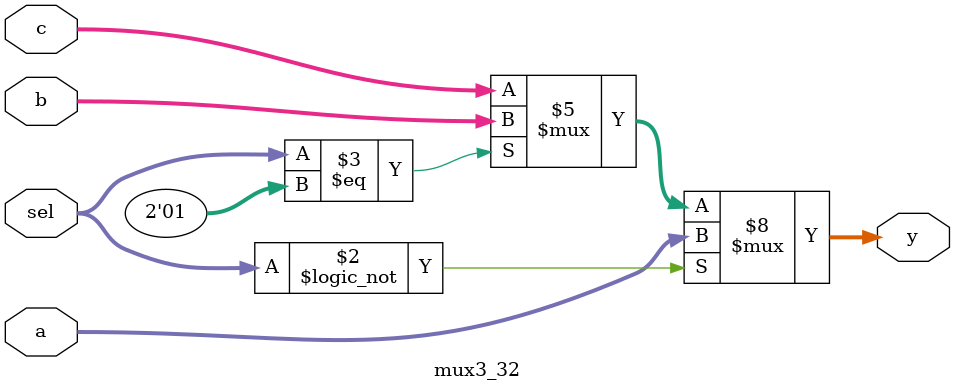
<source format=v>
/**
 * mux模块 
 * @author AshinZ
 * @time   2020-4-18 
*/

module mux2_32(a,b,sel,y);//2 input 32-bit mux
    input   [31:0]   a ;
    input   [31:0]   b ;
    input            sel ;
    output  [31:0]   y;
    
    reg   [31:0]   y;
    
    always @(*)
       if (sel == 0)
          y <= a ;
       else y <= b ;
endmodule

module mux2_11(a,b,sel,y);//2 input 17-bit mux
    input   [10:0]   a ;
    input   [10:0]   b ;
    input            sel ;
    output  [10:0]   y;
    
    reg   [10:0]   y;
    
    always @(*)
       if (sel == 0)
          y <= a ;
       else y <= b ;
endmodule

module mux2_30(a,b,sel,y);//2 input 30-bit mux
    input   [31:2]   a ;
    input   [31:2]   b ;
    input            sel ;
    output  [31:2]   y;
    
    reg   [31:2]   y;
    
    always @(*)
       if (sel == 0)
          y <= a ;
       else y <= b ;
endmodule

module mux2_5(a,b,sel,y);//2 input 30-bit mux
    input   [4:0]   a ;
    input   [4:0]   b ;
    input   [5:0]   sel ;
    output  [4:0]   y;
    
    reg   [4:0]   y;
    
    always @(*)
       if (sel == 6'b0)
          y <= a ;
       else y <= b ;
endmodule

module mux3_5(a,b,c,sel,y);   //3 input 5-bit mux
    input   [4:0]   a ;
    input   [4:0]   b ;
    input   [4:0]   c ;
    input   [1:0]   sel ;
    output  [4:0]   y;
    
    reg   [4:0]   y;
    
    always @(*)
       if (sel == 2'b00)
          y <= a ;
       else if (sel == 2'b01)
                y <= b ;
            else y <= c;
endmodule

module mux3_32(a,b,c,sel,y);   //3 input 32-bit mux
    input   [31:0]   a ;
    input   [31:0]   b ;
    input   [31:0]   c ;
    input   [1:0]    sel ;
    output  [31:0]   y;
    
    reg   [31:0]   y;
    
    always @(*)
    begin
       if (sel == 2'b00)
          y <= a ;
       else 
          begin
             if (sel == 2'b01)
                y <= b ;
             else y <= c;
          end
    end
endmodule


</source>
